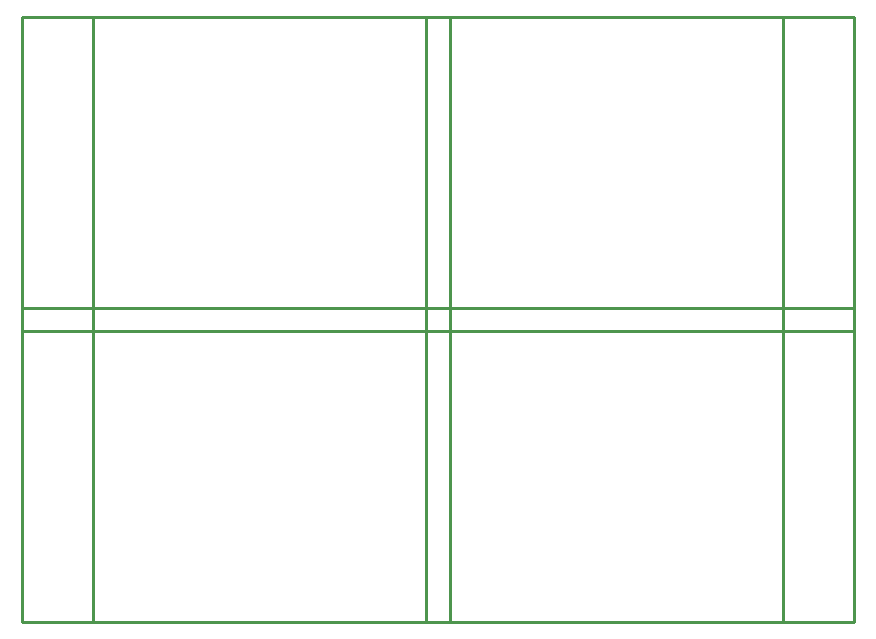
<source format=gko>
G04 Layer: BoardOutlineLayer*
G04 EasyEDA v6.5.9, 2022-12-18 14:38:18*
G04 4aff3cac283946888bffb04ada9a0e28,5dd06754fdd742daa6fe38bf62b7df6b,10*
G04 Gerber Generator version 0.2*
G04 Scale: 100 percent, Rotated: No, Reflected: No *
G04 Dimensions in millimeters *
G04 leading zeros omitted , absolute positions ,4 integer and 5 decimal *
%FSLAX45Y45*%
%MOMM*%

%ADD10C,0.2540*%
D10*
X635000Y5207000D02*
G01*
X3454400Y5207000D01*
X3454400Y2743200D01*
X635000Y2743200D01*
X635000Y5207000D01*
X3654399Y5207000D02*
G01*
X6473799Y5207000D01*
X6473799Y2743200D01*
X3654399Y2743200D01*
X3654399Y5207000D01*
X635000Y2543200D02*
G01*
X3454400Y2543200D01*
X3454400Y79400D01*
X635000Y79400D01*
X635000Y2543200D01*
X3654399Y2543200D02*
G01*
X6473799Y2543200D01*
X6473799Y79400D01*
X3654399Y79400D01*
X3654399Y2543200D01*
X35001Y5207000D02*
G01*
X7073798Y5207000D01*
X7073798Y79400D01*
X35001Y79400D01*
X35001Y5207000D01*
X35001Y2543200D02*
G01*
X7073798Y2543200D01*
X35001Y2743200D02*
G01*
X7073798Y2743200D01*
X3654399Y5207000D02*
G01*
X3654399Y79400D01*
X3454400Y5207000D02*
G01*
X3454400Y79400D01*
X635000Y5207000D02*
G01*
X635000Y79400D01*
X6473799Y5207000D02*
G01*
X6473799Y79400D01*

%LPD*%
M02*

</source>
